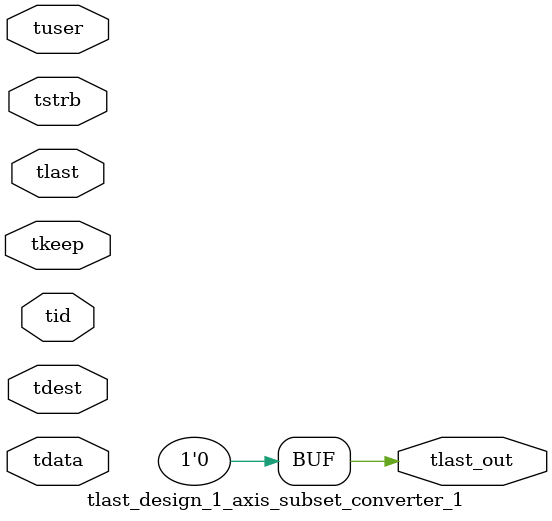
<source format=v>


`timescale 1ps/1ps

module tlast_design_1_axis_subset_converter_1 #
(
parameter C_S_AXIS_TID_WIDTH   = 1,
parameter C_S_AXIS_TUSER_WIDTH = 0,
parameter C_S_AXIS_TDATA_WIDTH = 0,
parameter C_S_AXIS_TDEST_WIDTH = 0
)
(
input  [(C_S_AXIS_TID_WIDTH   == 0 ? 1 : C_S_AXIS_TID_WIDTH)-1:0       ] tid,
input  [(C_S_AXIS_TDATA_WIDTH == 0 ? 1 : C_S_AXIS_TDATA_WIDTH)-1:0     ] tdata,
input  [(C_S_AXIS_TUSER_WIDTH == 0 ? 1 : C_S_AXIS_TUSER_WIDTH)-1:0     ] tuser,
input  [(C_S_AXIS_TDEST_WIDTH == 0 ? 1 : C_S_AXIS_TDEST_WIDTH)-1:0     ] tdest,
input  [(C_S_AXIS_TDATA_WIDTH/8)-1:0 ] tkeep,
input  [(C_S_AXIS_TDATA_WIDTH/8)-1:0 ] tstrb,
input  [0:0]                                                             tlast,
output                                                                   tlast_out
);

assign tlast_out = {1'b0};

endmodule


</source>
